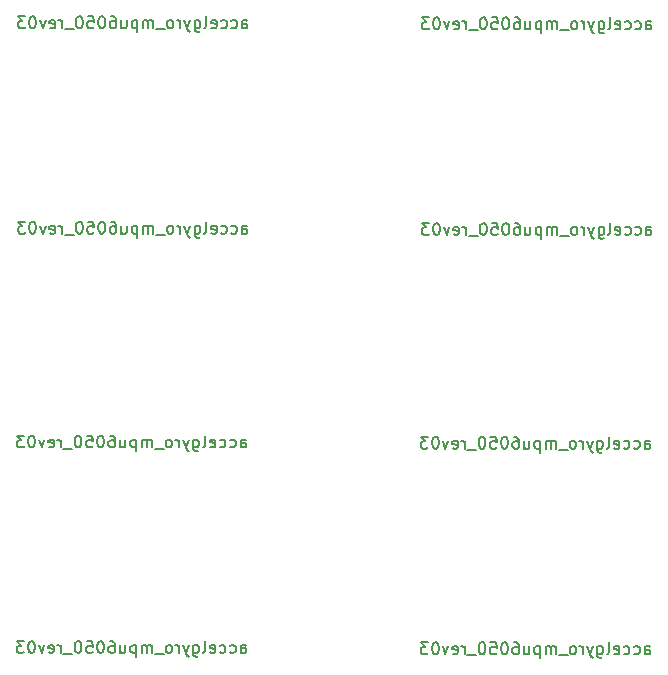
<source format=gbo>
G04 #@! TF.GenerationSoftware,KiCad,Pcbnew,5.1.5-52549c5~86~ubuntu18.04.1*
G04 #@! TF.CreationDate,2020-12-11T21:21:52-08:00*
G04 #@! TF.ProjectId,accelgyro_mpu6050_d2r1_4x4,61636365-6c67-4797-926f-5f6d70753630,rev?*
G04 #@! TF.SameCoordinates,Original*
G04 #@! TF.FileFunction,Legend,Bot*
G04 #@! TF.FilePolarity,Positive*
%FSLAX46Y46*%
G04 Gerber Fmt 4.6, Leading zero omitted, Abs format (unit mm)*
G04 Created by KiCad (PCBNEW 5.1.5-52549c5~86~ubuntu18.04.1) date 2020-12-11 21:21:52*
%MOMM*%
%LPD*%
G04 APERTURE LIST*
%ADD10C,0.150000*%
G04 APERTURE END LIST*
D10*
X189038095Y-160852380D02*
X189038095Y-160328571D01*
X189085714Y-160233333D01*
X189180952Y-160185714D01*
X189371428Y-160185714D01*
X189466666Y-160233333D01*
X189038095Y-160804761D02*
X189133333Y-160852380D01*
X189371428Y-160852380D01*
X189466666Y-160804761D01*
X189514285Y-160709523D01*
X189514285Y-160614285D01*
X189466666Y-160519047D01*
X189371428Y-160471428D01*
X189133333Y-160471428D01*
X189038095Y-160423809D01*
X188133333Y-160804761D02*
X188228571Y-160852380D01*
X188419047Y-160852380D01*
X188514285Y-160804761D01*
X188561904Y-160757142D01*
X188609523Y-160661904D01*
X188609523Y-160376190D01*
X188561904Y-160280952D01*
X188514285Y-160233333D01*
X188419047Y-160185714D01*
X188228571Y-160185714D01*
X188133333Y-160233333D01*
X187276190Y-160804761D02*
X187371428Y-160852380D01*
X187561904Y-160852380D01*
X187657142Y-160804761D01*
X187704761Y-160757142D01*
X187752380Y-160661904D01*
X187752380Y-160376190D01*
X187704761Y-160280952D01*
X187657142Y-160233333D01*
X187561904Y-160185714D01*
X187371428Y-160185714D01*
X187276190Y-160233333D01*
X186466666Y-160804761D02*
X186561904Y-160852380D01*
X186752380Y-160852380D01*
X186847619Y-160804761D01*
X186895238Y-160709523D01*
X186895238Y-160328571D01*
X186847619Y-160233333D01*
X186752380Y-160185714D01*
X186561904Y-160185714D01*
X186466666Y-160233333D01*
X186419047Y-160328571D01*
X186419047Y-160423809D01*
X186895238Y-160519047D01*
X185847619Y-160852380D02*
X185942857Y-160804761D01*
X185990476Y-160709523D01*
X185990476Y-159852380D01*
X185038095Y-160185714D02*
X185038095Y-160995238D01*
X185085714Y-161090476D01*
X185133333Y-161138095D01*
X185228571Y-161185714D01*
X185371428Y-161185714D01*
X185466666Y-161138095D01*
X185038095Y-160804761D02*
X185133333Y-160852380D01*
X185323809Y-160852380D01*
X185419047Y-160804761D01*
X185466666Y-160757142D01*
X185514285Y-160661904D01*
X185514285Y-160376190D01*
X185466666Y-160280952D01*
X185419047Y-160233333D01*
X185323809Y-160185714D01*
X185133333Y-160185714D01*
X185038095Y-160233333D01*
X184657142Y-160185714D02*
X184419047Y-160852380D01*
X184180952Y-160185714D02*
X184419047Y-160852380D01*
X184514285Y-161090476D01*
X184561904Y-161138095D01*
X184657142Y-161185714D01*
X183800000Y-160852380D02*
X183800000Y-160185714D01*
X183800000Y-160376190D02*
X183752380Y-160280952D01*
X183704761Y-160233333D01*
X183609523Y-160185714D01*
X183514285Y-160185714D01*
X183038095Y-160852380D02*
X183133333Y-160804761D01*
X183180952Y-160757142D01*
X183228571Y-160661904D01*
X183228571Y-160376190D01*
X183180952Y-160280952D01*
X183133333Y-160233333D01*
X183038095Y-160185714D01*
X182895238Y-160185714D01*
X182800000Y-160233333D01*
X182752380Y-160280952D01*
X182704761Y-160376190D01*
X182704761Y-160661904D01*
X182752380Y-160757142D01*
X182800000Y-160804761D01*
X182895238Y-160852380D01*
X183038095Y-160852380D01*
X182514285Y-160947619D02*
X181752380Y-160947619D01*
X181514285Y-160852380D02*
X181514285Y-160185714D01*
X181514285Y-160280952D02*
X181466666Y-160233333D01*
X181371428Y-160185714D01*
X181228571Y-160185714D01*
X181133333Y-160233333D01*
X181085714Y-160328571D01*
X181085714Y-160852380D01*
X181085714Y-160328571D02*
X181038095Y-160233333D01*
X180942857Y-160185714D01*
X180800000Y-160185714D01*
X180704761Y-160233333D01*
X180657142Y-160328571D01*
X180657142Y-160852380D01*
X180180952Y-160185714D02*
X180180952Y-161185714D01*
X180180952Y-160233333D02*
X180085714Y-160185714D01*
X179895238Y-160185714D01*
X179800000Y-160233333D01*
X179752380Y-160280952D01*
X179704761Y-160376190D01*
X179704761Y-160661904D01*
X179752380Y-160757142D01*
X179800000Y-160804761D01*
X179895238Y-160852380D01*
X180085714Y-160852380D01*
X180180952Y-160804761D01*
X178847619Y-160185714D02*
X178847619Y-160852380D01*
X179276190Y-160185714D02*
X179276190Y-160709523D01*
X179228571Y-160804761D01*
X179133333Y-160852380D01*
X178990476Y-160852380D01*
X178895238Y-160804761D01*
X178847619Y-160757142D01*
X177942857Y-159852380D02*
X178133333Y-159852380D01*
X178228571Y-159900000D01*
X178276190Y-159947619D01*
X178371428Y-160090476D01*
X178419047Y-160280952D01*
X178419047Y-160661904D01*
X178371428Y-160757142D01*
X178323809Y-160804761D01*
X178228571Y-160852380D01*
X178038095Y-160852380D01*
X177942857Y-160804761D01*
X177895238Y-160757142D01*
X177847619Y-160661904D01*
X177847619Y-160423809D01*
X177895238Y-160328571D01*
X177942857Y-160280952D01*
X178038095Y-160233333D01*
X178228571Y-160233333D01*
X178323809Y-160280952D01*
X178371428Y-160328571D01*
X178419047Y-160423809D01*
X177228571Y-159852380D02*
X177133333Y-159852380D01*
X177038095Y-159900000D01*
X176990476Y-159947619D01*
X176942857Y-160042857D01*
X176895238Y-160233333D01*
X176895238Y-160471428D01*
X176942857Y-160661904D01*
X176990476Y-160757142D01*
X177038095Y-160804761D01*
X177133333Y-160852380D01*
X177228571Y-160852380D01*
X177323809Y-160804761D01*
X177371428Y-160757142D01*
X177419047Y-160661904D01*
X177466666Y-160471428D01*
X177466666Y-160233333D01*
X177419047Y-160042857D01*
X177371428Y-159947619D01*
X177323809Y-159900000D01*
X177228571Y-159852380D01*
X175990476Y-159852380D02*
X176466666Y-159852380D01*
X176514285Y-160328571D01*
X176466666Y-160280952D01*
X176371428Y-160233333D01*
X176133333Y-160233333D01*
X176038095Y-160280952D01*
X175990476Y-160328571D01*
X175942857Y-160423809D01*
X175942857Y-160661904D01*
X175990476Y-160757142D01*
X176038095Y-160804761D01*
X176133333Y-160852380D01*
X176371428Y-160852380D01*
X176466666Y-160804761D01*
X176514285Y-160757142D01*
X175323809Y-159852380D02*
X175228571Y-159852380D01*
X175133333Y-159900000D01*
X175085714Y-159947619D01*
X175038095Y-160042857D01*
X174990476Y-160233333D01*
X174990476Y-160471428D01*
X175038095Y-160661904D01*
X175085714Y-160757142D01*
X175133333Y-160804761D01*
X175228571Y-160852380D01*
X175323809Y-160852380D01*
X175419047Y-160804761D01*
X175466666Y-160757142D01*
X175514285Y-160661904D01*
X175561904Y-160471428D01*
X175561904Y-160233333D01*
X175514285Y-160042857D01*
X175466666Y-159947619D01*
X175419047Y-159900000D01*
X175323809Y-159852380D01*
X174800000Y-160947619D02*
X174038095Y-160947619D01*
X173800000Y-160852380D02*
X173800000Y-160185714D01*
X173800000Y-160376190D02*
X173752380Y-160280952D01*
X173704761Y-160233333D01*
X173609523Y-160185714D01*
X173514285Y-160185714D01*
X172800000Y-160804761D02*
X172895238Y-160852380D01*
X173085714Y-160852380D01*
X173180952Y-160804761D01*
X173228571Y-160709523D01*
X173228571Y-160328571D01*
X173180952Y-160233333D01*
X173085714Y-160185714D01*
X172895238Y-160185714D01*
X172800000Y-160233333D01*
X172752380Y-160328571D01*
X172752380Y-160423809D01*
X173228571Y-160519047D01*
X172419047Y-160185714D02*
X172180952Y-160852380D01*
X171942857Y-160185714D01*
X171371428Y-159852380D02*
X171276190Y-159852380D01*
X171180952Y-159900000D01*
X171133333Y-159947619D01*
X171085714Y-160042857D01*
X171038095Y-160233333D01*
X171038095Y-160471428D01*
X171085714Y-160661904D01*
X171133333Y-160757142D01*
X171180952Y-160804761D01*
X171276190Y-160852380D01*
X171371428Y-160852380D01*
X171466666Y-160804761D01*
X171514285Y-160757142D01*
X171561904Y-160661904D01*
X171609523Y-160471428D01*
X171609523Y-160233333D01*
X171561904Y-160042857D01*
X171514285Y-159947619D01*
X171466666Y-159900000D01*
X171371428Y-159852380D01*
X170704761Y-159852380D02*
X170085714Y-159852380D01*
X170419047Y-160233333D01*
X170276190Y-160233333D01*
X170180952Y-160280952D01*
X170133333Y-160328571D01*
X170085714Y-160423809D01*
X170085714Y-160661904D01*
X170133333Y-160757142D01*
X170180952Y-160804761D01*
X170276190Y-160852380D01*
X170561904Y-160852380D01*
X170657142Y-160804761D01*
X170704761Y-160757142D01*
X189138095Y-107952380D02*
X189138095Y-107428571D01*
X189185714Y-107333333D01*
X189280952Y-107285714D01*
X189471428Y-107285714D01*
X189566666Y-107333333D01*
X189138095Y-107904761D02*
X189233333Y-107952380D01*
X189471428Y-107952380D01*
X189566666Y-107904761D01*
X189614285Y-107809523D01*
X189614285Y-107714285D01*
X189566666Y-107619047D01*
X189471428Y-107571428D01*
X189233333Y-107571428D01*
X189138095Y-107523809D01*
X188233333Y-107904761D02*
X188328571Y-107952380D01*
X188519047Y-107952380D01*
X188614285Y-107904761D01*
X188661904Y-107857142D01*
X188709523Y-107761904D01*
X188709523Y-107476190D01*
X188661904Y-107380952D01*
X188614285Y-107333333D01*
X188519047Y-107285714D01*
X188328571Y-107285714D01*
X188233333Y-107333333D01*
X187376190Y-107904761D02*
X187471428Y-107952380D01*
X187661904Y-107952380D01*
X187757142Y-107904761D01*
X187804761Y-107857142D01*
X187852380Y-107761904D01*
X187852380Y-107476190D01*
X187804761Y-107380952D01*
X187757142Y-107333333D01*
X187661904Y-107285714D01*
X187471428Y-107285714D01*
X187376190Y-107333333D01*
X186566666Y-107904761D02*
X186661904Y-107952380D01*
X186852380Y-107952380D01*
X186947619Y-107904761D01*
X186995238Y-107809523D01*
X186995238Y-107428571D01*
X186947619Y-107333333D01*
X186852380Y-107285714D01*
X186661904Y-107285714D01*
X186566666Y-107333333D01*
X186519047Y-107428571D01*
X186519047Y-107523809D01*
X186995238Y-107619047D01*
X185947619Y-107952380D02*
X186042857Y-107904761D01*
X186090476Y-107809523D01*
X186090476Y-106952380D01*
X185138095Y-107285714D02*
X185138095Y-108095238D01*
X185185714Y-108190476D01*
X185233333Y-108238095D01*
X185328571Y-108285714D01*
X185471428Y-108285714D01*
X185566666Y-108238095D01*
X185138095Y-107904761D02*
X185233333Y-107952380D01*
X185423809Y-107952380D01*
X185519047Y-107904761D01*
X185566666Y-107857142D01*
X185614285Y-107761904D01*
X185614285Y-107476190D01*
X185566666Y-107380952D01*
X185519047Y-107333333D01*
X185423809Y-107285714D01*
X185233333Y-107285714D01*
X185138095Y-107333333D01*
X184757142Y-107285714D02*
X184519047Y-107952380D01*
X184280952Y-107285714D02*
X184519047Y-107952380D01*
X184614285Y-108190476D01*
X184661904Y-108238095D01*
X184757142Y-108285714D01*
X183900000Y-107952380D02*
X183900000Y-107285714D01*
X183900000Y-107476190D02*
X183852380Y-107380952D01*
X183804761Y-107333333D01*
X183709523Y-107285714D01*
X183614285Y-107285714D01*
X183138095Y-107952380D02*
X183233333Y-107904761D01*
X183280952Y-107857142D01*
X183328571Y-107761904D01*
X183328571Y-107476190D01*
X183280952Y-107380952D01*
X183233333Y-107333333D01*
X183138095Y-107285714D01*
X182995238Y-107285714D01*
X182900000Y-107333333D01*
X182852380Y-107380952D01*
X182804761Y-107476190D01*
X182804761Y-107761904D01*
X182852380Y-107857142D01*
X182900000Y-107904761D01*
X182995238Y-107952380D01*
X183138095Y-107952380D01*
X182614285Y-108047619D02*
X181852380Y-108047619D01*
X181614285Y-107952380D02*
X181614285Y-107285714D01*
X181614285Y-107380952D02*
X181566666Y-107333333D01*
X181471428Y-107285714D01*
X181328571Y-107285714D01*
X181233333Y-107333333D01*
X181185714Y-107428571D01*
X181185714Y-107952380D01*
X181185714Y-107428571D02*
X181138095Y-107333333D01*
X181042857Y-107285714D01*
X180900000Y-107285714D01*
X180804761Y-107333333D01*
X180757142Y-107428571D01*
X180757142Y-107952380D01*
X180280952Y-107285714D02*
X180280952Y-108285714D01*
X180280952Y-107333333D02*
X180185714Y-107285714D01*
X179995238Y-107285714D01*
X179900000Y-107333333D01*
X179852380Y-107380952D01*
X179804761Y-107476190D01*
X179804761Y-107761904D01*
X179852380Y-107857142D01*
X179900000Y-107904761D01*
X179995238Y-107952380D01*
X180185714Y-107952380D01*
X180280952Y-107904761D01*
X178947619Y-107285714D02*
X178947619Y-107952380D01*
X179376190Y-107285714D02*
X179376190Y-107809523D01*
X179328571Y-107904761D01*
X179233333Y-107952380D01*
X179090476Y-107952380D01*
X178995238Y-107904761D01*
X178947619Y-107857142D01*
X178042857Y-106952380D02*
X178233333Y-106952380D01*
X178328571Y-107000000D01*
X178376190Y-107047619D01*
X178471428Y-107190476D01*
X178519047Y-107380952D01*
X178519047Y-107761904D01*
X178471428Y-107857142D01*
X178423809Y-107904761D01*
X178328571Y-107952380D01*
X178138095Y-107952380D01*
X178042857Y-107904761D01*
X177995238Y-107857142D01*
X177947619Y-107761904D01*
X177947619Y-107523809D01*
X177995238Y-107428571D01*
X178042857Y-107380952D01*
X178138095Y-107333333D01*
X178328571Y-107333333D01*
X178423809Y-107380952D01*
X178471428Y-107428571D01*
X178519047Y-107523809D01*
X177328571Y-106952380D02*
X177233333Y-106952380D01*
X177138095Y-107000000D01*
X177090476Y-107047619D01*
X177042857Y-107142857D01*
X176995238Y-107333333D01*
X176995238Y-107571428D01*
X177042857Y-107761904D01*
X177090476Y-107857142D01*
X177138095Y-107904761D01*
X177233333Y-107952380D01*
X177328571Y-107952380D01*
X177423809Y-107904761D01*
X177471428Y-107857142D01*
X177519047Y-107761904D01*
X177566666Y-107571428D01*
X177566666Y-107333333D01*
X177519047Y-107142857D01*
X177471428Y-107047619D01*
X177423809Y-107000000D01*
X177328571Y-106952380D01*
X176090476Y-106952380D02*
X176566666Y-106952380D01*
X176614285Y-107428571D01*
X176566666Y-107380952D01*
X176471428Y-107333333D01*
X176233333Y-107333333D01*
X176138095Y-107380952D01*
X176090476Y-107428571D01*
X176042857Y-107523809D01*
X176042857Y-107761904D01*
X176090476Y-107857142D01*
X176138095Y-107904761D01*
X176233333Y-107952380D01*
X176471428Y-107952380D01*
X176566666Y-107904761D01*
X176614285Y-107857142D01*
X175423809Y-106952380D02*
X175328571Y-106952380D01*
X175233333Y-107000000D01*
X175185714Y-107047619D01*
X175138095Y-107142857D01*
X175090476Y-107333333D01*
X175090476Y-107571428D01*
X175138095Y-107761904D01*
X175185714Y-107857142D01*
X175233333Y-107904761D01*
X175328571Y-107952380D01*
X175423809Y-107952380D01*
X175519047Y-107904761D01*
X175566666Y-107857142D01*
X175614285Y-107761904D01*
X175661904Y-107571428D01*
X175661904Y-107333333D01*
X175614285Y-107142857D01*
X175566666Y-107047619D01*
X175519047Y-107000000D01*
X175423809Y-106952380D01*
X174900000Y-108047619D02*
X174138095Y-108047619D01*
X173900000Y-107952380D02*
X173900000Y-107285714D01*
X173900000Y-107476190D02*
X173852380Y-107380952D01*
X173804761Y-107333333D01*
X173709523Y-107285714D01*
X173614285Y-107285714D01*
X172900000Y-107904761D02*
X172995238Y-107952380D01*
X173185714Y-107952380D01*
X173280952Y-107904761D01*
X173328571Y-107809523D01*
X173328571Y-107428571D01*
X173280952Y-107333333D01*
X173185714Y-107285714D01*
X172995238Y-107285714D01*
X172900000Y-107333333D01*
X172852380Y-107428571D01*
X172852380Y-107523809D01*
X173328571Y-107619047D01*
X172519047Y-107285714D02*
X172280952Y-107952380D01*
X172042857Y-107285714D01*
X171471428Y-106952380D02*
X171376190Y-106952380D01*
X171280952Y-107000000D01*
X171233333Y-107047619D01*
X171185714Y-107142857D01*
X171138095Y-107333333D01*
X171138095Y-107571428D01*
X171185714Y-107761904D01*
X171233333Y-107857142D01*
X171280952Y-107904761D01*
X171376190Y-107952380D01*
X171471428Y-107952380D01*
X171566666Y-107904761D01*
X171614285Y-107857142D01*
X171661904Y-107761904D01*
X171709523Y-107571428D01*
X171709523Y-107333333D01*
X171661904Y-107142857D01*
X171614285Y-107047619D01*
X171566666Y-107000000D01*
X171471428Y-106952380D01*
X170804761Y-106952380D02*
X170185714Y-106952380D01*
X170519047Y-107333333D01*
X170376190Y-107333333D01*
X170280952Y-107380952D01*
X170233333Y-107428571D01*
X170185714Y-107523809D01*
X170185714Y-107761904D01*
X170233333Y-107857142D01*
X170280952Y-107904761D01*
X170376190Y-107952380D01*
X170661904Y-107952380D01*
X170757142Y-107904761D01*
X170804761Y-107857142D01*
X189038095Y-143452380D02*
X189038095Y-142928571D01*
X189085714Y-142833333D01*
X189180952Y-142785714D01*
X189371428Y-142785714D01*
X189466666Y-142833333D01*
X189038095Y-143404761D02*
X189133333Y-143452380D01*
X189371428Y-143452380D01*
X189466666Y-143404761D01*
X189514285Y-143309523D01*
X189514285Y-143214285D01*
X189466666Y-143119047D01*
X189371428Y-143071428D01*
X189133333Y-143071428D01*
X189038095Y-143023809D01*
X188133333Y-143404761D02*
X188228571Y-143452380D01*
X188419047Y-143452380D01*
X188514285Y-143404761D01*
X188561904Y-143357142D01*
X188609523Y-143261904D01*
X188609523Y-142976190D01*
X188561904Y-142880952D01*
X188514285Y-142833333D01*
X188419047Y-142785714D01*
X188228571Y-142785714D01*
X188133333Y-142833333D01*
X187276190Y-143404761D02*
X187371428Y-143452380D01*
X187561904Y-143452380D01*
X187657142Y-143404761D01*
X187704761Y-143357142D01*
X187752380Y-143261904D01*
X187752380Y-142976190D01*
X187704761Y-142880952D01*
X187657142Y-142833333D01*
X187561904Y-142785714D01*
X187371428Y-142785714D01*
X187276190Y-142833333D01*
X186466666Y-143404761D02*
X186561904Y-143452380D01*
X186752380Y-143452380D01*
X186847619Y-143404761D01*
X186895238Y-143309523D01*
X186895238Y-142928571D01*
X186847619Y-142833333D01*
X186752380Y-142785714D01*
X186561904Y-142785714D01*
X186466666Y-142833333D01*
X186419047Y-142928571D01*
X186419047Y-143023809D01*
X186895238Y-143119047D01*
X185847619Y-143452380D02*
X185942857Y-143404761D01*
X185990476Y-143309523D01*
X185990476Y-142452380D01*
X185038095Y-142785714D02*
X185038095Y-143595238D01*
X185085714Y-143690476D01*
X185133333Y-143738095D01*
X185228571Y-143785714D01*
X185371428Y-143785714D01*
X185466666Y-143738095D01*
X185038095Y-143404761D02*
X185133333Y-143452380D01*
X185323809Y-143452380D01*
X185419047Y-143404761D01*
X185466666Y-143357142D01*
X185514285Y-143261904D01*
X185514285Y-142976190D01*
X185466666Y-142880952D01*
X185419047Y-142833333D01*
X185323809Y-142785714D01*
X185133333Y-142785714D01*
X185038095Y-142833333D01*
X184657142Y-142785714D02*
X184419047Y-143452380D01*
X184180952Y-142785714D02*
X184419047Y-143452380D01*
X184514285Y-143690476D01*
X184561904Y-143738095D01*
X184657142Y-143785714D01*
X183800000Y-143452380D02*
X183800000Y-142785714D01*
X183800000Y-142976190D02*
X183752380Y-142880952D01*
X183704761Y-142833333D01*
X183609523Y-142785714D01*
X183514285Y-142785714D01*
X183038095Y-143452380D02*
X183133333Y-143404761D01*
X183180952Y-143357142D01*
X183228571Y-143261904D01*
X183228571Y-142976190D01*
X183180952Y-142880952D01*
X183133333Y-142833333D01*
X183038095Y-142785714D01*
X182895238Y-142785714D01*
X182800000Y-142833333D01*
X182752380Y-142880952D01*
X182704761Y-142976190D01*
X182704761Y-143261904D01*
X182752380Y-143357142D01*
X182800000Y-143404761D01*
X182895238Y-143452380D01*
X183038095Y-143452380D01*
X182514285Y-143547619D02*
X181752380Y-143547619D01*
X181514285Y-143452380D02*
X181514285Y-142785714D01*
X181514285Y-142880952D02*
X181466666Y-142833333D01*
X181371428Y-142785714D01*
X181228571Y-142785714D01*
X181133333Y-142833333D01*
X181085714Y-142928571D01*
X181085714Y-143452380D01*
X181085714Y-142928571D02*
X181038095Y-142833333D01*
X180942857Y-142785714D01*
X180800000Y-142785714D01*
X180704761Y-142833333D01*
X180657142Y-142928571D01*
X180657142Y-143452380D01*
X180180952Y-142785714D02*
X180180952Y-143785714D01*
X180180952Y-142833333D02*
X180085714Y-142785714D01*
X179895238Y-142785714D01*
X179800000Y-142833333D01*
X179752380Y-142880952D01*
X179704761Y-142976190D01*
X179704761Y-143261904D01*
X179752380Y-143357142D01*
X179800000Y-143404761D01*
X179895238Y-143452380D01*
X180085714Y-143452380D01*
X180180952Y-143404761D01*
X178847619Y-142785714D02*
X178847619Y-143452380D01*
X179276190Y-142785714D02*
X179276190Y-143309523D01*
X179228571Y-143404761D01*
X179133333Y-143452380D01*
X178990476Y-143452380D01*
X178895238Y-143404761D01*
X178847619Y-143357142D01*
X177942857Y-142452380D02*
X178133333Y-142452380D01*
X178228571Y-142500000D01*
X178276190Y-142547619D01*
X178371428Y-142690476D01*
X178419047Y-142880952D01*
X178419047Y-143261904D01*
X178371428Y-143357142D01*
X178323809Y-143404761D01*
X178228571Y-143452380D01*
X178038095Y-143452380D01*
X177942857Y-143404761D01*
X177895238Y-143357142D01*
X177847619Y-143261904D01*
X177847619Y-143023809D01*
X177895238Y-142928571D01*
X177942857Y-142880952D01*
X178038095Y-142833333D01*
X178228571Y-142833333D01*
X178323809Y-142880952D01*
X178371428Y-142928571D01*
X178419047Y-143023809D01*
X177228571Y-142452380D02*
X177133333Y-142452380D01*
X177038095Y-142500000D01*
X176990476Y-142547619D01*
X176942857Y-142642857D01*
X176895238Y-142833333D01*
X176895238Y-143071428D01*
X176942857Y-143261904D01*
X176990476Y-143357142D01*
X177038095Y-143404761D01*
X177133333Y-143452380D01*
X177228571Y-143452380D01*
X177323809Y-143404761D01*
X177371428Y-143357142D01*
X177419047Y-143261904D01*
X177466666Y-143071428D01*
X177466666Y-142833333D01*
X177419047Y-142642857D01*
X177371428Y-142547619D01*
X177323809Y-142500000D01*
X177228571Y-142452380D01*
X175990476Y-142452380D02*
X176466666Y-142452380D01*
X176514285Y-142928571D01*
X176466666Y-142880952D01*
X176371428Y-142833333D01*
X176133333Y-142833333D01*
X176038095Y-142880952D01*
X175990476Y-142928571D01*
X175942857Y-143023809D01*
X175942857Y-143261904D01*
X175990476Y-143357142D01*
X176038095Y-143404761D01*
X176133333Y-143452380D01*
X176371428Y-143452380D01*
X176466666Y-143404761D01*
X176514285Y-143357142D01*
X175323809Y-142452380D02*
X175228571Y-142452380D01*
X175133333Y-142500000D01*
X175085714Y-142547619D01*
X175038095Y-142642857D01*
X174990476Y-142833333D01*
X174990476Y-143071428D01*
X175038095Y-143261904D01*
X175085714Y-143357142D01*
X175133333Y-143404761D01*
X175228571Y-143452380D01*
X175323809Y-143452380D01*
X175419047Y-143404761D01*
X175466666Y-143357142D01*
X175514285Y-143261904D01*
X175561904Y-143071428D01*
X175561904Y-142833333D01*
X175514285Y-142642857D01*
X175466666Y-142547619D01*
X175419047Y-142500000D01*
X175323809Y-142452380D01*
X174800000Y-143547619D02*
X174038095Y-143547619D01*
X173800000Y-143452380D02*
X173800000Y-142785714D01*
X173800000Y-142976190D02*
X173752380Y-142880952D01*
X173704761Y-142833333D01*
X173609523Y-142785714D01*
X173514285Y-142785714D01*
X172800000Y-143404761D02*
X172895238Y-143452380D01*
X173085714Y-143452380D01*
X173180952Y-143404761D01*
X173228571Y-143309523D01*
X173228571Y-142928571D01*
X173180952Y-142833333D01*
X173085714Y-142785714D01*
X172895238Y-142785714D01*
X172800000Y-142833333D01*
X172752380Y-142928571D01*
X172752380Y-143023809D01*
X173228571Y-143119047D01*
X172419047Y-142785714D02*
X172180952Y-143452380D01*
X171942857Y-142785714D01*
X171371428Y-142452380D02*
X171276190Y-142452380D01*
X171180952Y-142500000D01*
X171133333Y-142547619D01*
X171085714Y-142642857D01*
X171038095Y-142833333D01*
X171038095Y-143071428D01*
X171085714Y-143261904D01*
X171133333Y-143357142D01*
X171180952Y-143404761D01*
X171276190Y-143452380D01*
X171371428Y-143452380D01*
X171466666Y-143404761D01*
X171514285Y-143357142D01*
X171561904Y-143261904D01*
X171609523Y-143071428D01*
X171609523Y-142833333D01*
X171561904Y-142642857D01*
X171514285Y-142547619D01*
X171466666Y-142500000D01*
X171371428Y-142452380D01*
X170704761Y-142452380D02*
X170085714Y-142452380D01*
X170419047Y-142833333D01*
X170276190Y-142833333D01*
X170180952Y-142880952D01*
X170133333Y-142928571D01*
X170085714Y-143023809D01*
X170085714Y-143261904D01*
X170133333Y-143357142D01*
X170180952Y-143404761D01*
X170276190Y-143452380D01*
X170561904Y-143452380D01*
X170657142Y-143404761D01*
X170704761Y-143357142D01*
X189138095Y-125352380D02*
X189138095Y-124828571D01*
X189185714Y-124733333D01*
X189280952Y-124685714D01*
X189471428Y-124685714D01*
X189566666Y-124733333D01*
X189138095Y-125304761D02*
X189233333Y-125352380D01*
X189471428Y-125352380D01*
X189566666Y-125304761D01*
X189614285Y-125209523D01*
X189614285Y-125114285D01*
X189566666Y-125019047D01*
X189471428Y-124971428D01*
X189233333Y-124971428D01*
X189138095Y-124923809D01*
X188233333Y-125304761D02*
X188328571Y-125352380D01*
X188519047Y-125352380D01*
X188614285Y-125304761D01*
X188661904Y-125257142D01*
X188709523Y-125161904D01*
X188709523Y-124876190D01*
X188661904Y-124780952D01*
X188614285Y-124733333D01*
X188519047Y-124685714D01*
X188328571Y-124685714D01*
X188233333Y-124733333D01*
X187376190Y-125304761D02*
X187471428Y-125352380D01*
X187661904Y-125352380D01*
X187757142Y-125304761D01*
X187804761Y-125257142D01*
X187852380Y-125161904D01*
X187852380Y-124876190D01*
X187804761Y-124780952D01*
X187757142Y-124733333D01*
X187661904Y-124685714D01*
X187471428Y-124685714D01*
X187376190Y-124733333D01*
X186566666Y-125304761D02*
X186661904Y-125352380D01*
X186852380Y-125352380D01*
X186947619Y-125304761D01*
X186995238Y-125209523D01*
X186995238Y-124828571D01*
X186947619Y-124733333D01*
X186852380Y-124685714D01*
X186661904Y-124685714D01*
X186566666Y-124733333D01*
X186519047Y-124828571D01*
X186519047Y-124923809D01*
X186995238Y-125019047D01*
X185947619Y-125352380D02*
X186042857Y-125304761D01*
X186090476Y-125209523D01*
X186090476Y-124352380D01*
X185138095Y-124685714D02*
X185138095Y-125495238D01*
X185185714Y-125590476D01*
X185233333Y-125638095D01*
X185328571Y-125685714D01*
X185471428Y-125685714D01*
X185566666Y-125638095D01*
X185138095Y-125304761D02*
X185233333Y-125352380D01*
X185423809Y-125352380D01*
X185519047Y-125304761D01*
X185566666Y-125257142D01*
X185614285Y-125161904D01*
X185614285Y-124876190D01*
X185566666Y-124780952D01*
X185519047Y-124733333D01*
X185423809Y-124685714D01*
X185233333Y-124685714D01*
X185138095Y-124733333D01*
X184757142Y-124685714D02*
X184519047Y-125352380D01*
X184280952Y-124685714D02*
X184519047Y-125352380D01*
X184614285Y-125590476D01*
X184661904Y-125638095D01*
X184757142Y-125685714D01*
X183900000Y-125352380D02*
X183900000Y-124685714D01*
X183900000Y-124876190D02*
X183852380Y-124780952D01*
X183804761Y-124733333D01*
X183709523Y-124685714D01*
X183614285Y-124685714D01*
X183138095Y-125352380D02*
X183233333Y-125304761D01*
X183280952Y-125257142D01*
X183328571Y-125161904D01*
X183328571Y-124876190D01*
X183280952Y-124780952D01*
X183233333Y-124733333D01*
X183138095Y-124685714D01*
X182995238Y-124685714D01*
X182900000Y-124733333D01*
X182852380Y-124780952D01*
X182804761Y-124876190D01*
X182804761Y-125161904D01*
X182852380Y-125257142D01*
X182900000Y-125304761D01*
X182995238Y-125352380D01*
X183138095Y-125352380D01*
X182614285Y-125447619D02*
X181852380Y-125447619D01*
X181614285Y-125352380D02*
X181614285Y-124685714D01*
X181614285Y-124780952D02*
X181566666Y-124733333D01*
X181471428Y-124685714D01*
X181328571Y-124685714D01*
X181233333Y-124733333D01*
X181185714Y-124828571D01*
X181185714Y-125352380D01*
X181185714Y-124828571D02*
X181138095Y-124733333D01*
X181042857Y-124685714D01*
X180900000Y-124685714D01*
X180804761Y-124733333D01*
X180757142Y-124828571D01*
X180757142Y-125352380D01*
X180280952Y-124685714D02*
X180280952Y-125685714D01*
X180280952Y-124733333D02*
X180185714Y-124685714D01*
X179995238Y-124685714D01*
X179900000Y-124733333D01*
X179852380Y-124780952D01*
X179804761Y-124876190D01*
X179804761Y-125161904D01*
X179852380Y-125257142D01*
X179900000Y-125304761D01*
X179995238Y-125352380D01*
X180185714Y-125352380D01*
X180280952Y-125304761D01*
X178947619Y-124685714D02*
X178947619Y-125352380D01*
X179376190Y-124685714D02*
X179376190Y-125209523D01*
X179328571Y-125304761D01*
X179233333Y-125352380D01*
X179090476Y-125352380D01*
X178995238Y-125304761D01*
X178947619Y-125257142D01*
X178042857Y-124352380D02*
X178233333Y-124352380D01*
X178328571Y-124400000D01*
X178376190Y-124447619D01*
X178471428Y-124590476D01*
X178519047Y-124780952D01*
X178519047Y-125161904D01*
X178471428Y-125257142D01*
X178423809Y-125304761D01*
X178328571Y-125352380D01*
X178138095Y-125352380D01*
X178042857Y-125304761D01*
X177995238Y-125257142D01*
X177947619Y-125161904D01*
X177947619Y-124923809D01*
X177995238Y-124828571D01*
X178042857Y-124780952D01*
X178138095Y-124733333D01*
X178328571Y-124733333D01*
X178423809Y-124780952D01*
X178471428Y-124828571D01*
X178519047Y-124923809D01*
X177328571Y-124352380D02*
X177233333Y-124352380D01*
X177138095Y-124400000D01*
X177090476Y-124447619D01*
X177042857Y-124542857D01*
X176995238Y-124733333D01*
X176995238Y-124971428D01*
X177042857Y-125161904D01*
X177090476Y-125257142D01*
X177138095Y-125304761D01*
X177233333Y-125352380D01*
X177328571Y-125352380D01*
X177423809Y-125304761D01*
X177471428Y-125257142D01*
X177519047Y-125161904D01*
X177566666Y-124971428D01*
X177566666Y-124733333D01*
X177519047Y-124542857D01*
X177471428Y-124447619D01*
X177423809Y-124400000D01*
X177328571Y-124352380D01*
X176090476Y-124352380D02*
X176566666Y-124352380D01*
X176614285Y-124828571D01*
X176566666Y-124780952D01*
X176471428Y-124733333D01*
X176233333Y-124733333D01*
X176138095Y-124780952D01*
X176090476Y-124828571D01*
X176042857Y-124923809D01*
X176042857Y-125161904D01*
X176090476Y-125257142D01*
X176138095Y-125304761D01*
X176233333Y-125352380D01*
X176471428Y-125352380D01*
X176566666Y-125304761D01*
X176614285Y-125257142D01*
X175423809Y-124352380D02*
X175328571Y-124352380D01*
X175233333Y-124400000D01*
X175185714Y-124447619D01*
X175138095Y-124542857D01*
X175090476Y-124733333D01*
X175090476Y-124971428D01*
X175138095Y-125161904D01*
X175185714Y-125257142D01*
X175233333Y-125304761D01*
X175328571Y-125352380D01*
X175423809Y-125352380D01*
X175519047Y-125304761D01*
X175566666Y-125257142D01*
X175614285Y-125161904D01*
X175661904Y-124971428D01*
X175661904Y-124733333D01*
X175614285Y-124542857D01*
X175566666Y-124447619D01*
X175519047Y-124400000D01*
X175423809Y-124352380D01*
X174900000Y-125447619D02*
X174138095Y-125447619D01*
X173900000Y-125352380D02*
X173900000Y-124685714D01*
X173900000Y-124876190D02*
X173852380Y-124780952D01*
X173804761Y-124733333D01*
X173709523Y-124685714D01*
X173614285Y-124685714D01*
X172900000Y-125304761D02*
X172995238Y-125352380D01*
X173185714Y-125352380D01*
X173280952Y-125304761D01*
X173328571Y-125209523D01*
X173328571Y-124828571D01*
X173280952Y-124733333D01*
X173185714Y-124685714D01*
X172995238Y-124685714D01*
X172900000Y-124733333D01*
X172852380Y-124828571D01*
X172852380Y-124923809D01*
X173328571Y-125019047D01*
X172519047Y-124685714D02*
X172280952Y-125352380D01*
X172042857Y-124685714D01*
X171471428Y-124352380D02*
X171376190Y-124352380D01*
X171280952Y-124400000D01*
X171233333Y-124447619D01*
X171185714Y-124542857D01*
X171138095Y-124733333D01*
X171138095Y-124971428D01*
X171185714Y-125161904D01*
X171233333Y-125257142D01*
X171280952Y-125304761D01*
X171376190Y-125352380D01*
X171471428Y-125352380D01*
X171566666Y-125304761D01*
X171614285Y-125257142D01*
X171661904Y-125161904D01*
X171709523Y-124971428D01*
X171709523Y-124733333D01*
X171661904Y-124542857D01*
X171614285Y-124447619D01*
X171566666Y-124400000D01*
X171471428Y-124352380D01*
X170804761Y-124352380D02*
X170185714Y-124352380D01*
X170519047Y-124733333D01*
X170376190Y-124733333D01*
X170280952Y-124780952D01*
X170233333Y-124828571D01*
X170185714Y-124923809D01*
X170185714Y-125161904D01*
X170233333Y-125257142D01*
X170280952Y-125304761D01*
X170376190Y-125352380D01*
X170661904Y-125352380D01*
X170757142Y-125304761D01*
X170804761Y-125257142D01*
X154838095Y-143352380D02*
X154838095Y-142828571D01*
X154885714Y-142733333D01*
X154980952Y-142685714D01*
X155171428Y-142685714D01*
X155266666Y-142733333D01*
X154838095Y-143304761D02*
X154933333Y-143352380D01*
X155171428Y-143352380D01*
X155266666Y-143304761D01*
X155314285Y-143209523D01*
X155314285Y-143114285D01*
X155266666Y-143019047D01*
X155171428Y-142971428D01*
X154933333Y-142971428D01*
X154838095Y-142923809D01*
X153933333Y-143304761D02*
X154028571Y-143352380D01*
X154219047Y-143352380D01*
X154314285Y-143304761D01*
X154361904Y-143257142D01*
X154409523Y-143161904D01*
X154409523Y-142876190D01*
X154361904Y-142780952D01*
X154314285Y-142733333D01*
X154219047Y-142685714D01*
X154028571Y-142685714D01*
X153933333Y-142733333D01*
X153076190Y-143304761D02*
X153171428Y-143352380D01*
X153361904Y-143352380D01*
X153457142Y-143304761D01*
X153504761Y-143257142D01*
X153552380Y-143161904D01*
X153552380Y-142876190D01*
X153504761Y-142780952D01*
X153457142Y-142733333D01*
X153361904Y-142685714D01*
X153171428Y-142685714D01*
X153076190Y-142733333D01*
X152266666Y-143304761D02*
X152361904Y-143352380D01*
X152552380Y-143352380D01*
X152647619Y-143304761D01*
X152695238Y-143209523D01*
X152695238Y-142828571D01*
X152647619Y-142733333D01*
X152552380Y-142685714D01*
X152361904Y-142685714D01*
X152266666Y-142733333D01*
X152219047Y-142828571D01*
X152219047Y-142923809D01*
X152695238Y-143019047D01*
X151647619Y-143352380D02*
X151742857Y-143304761D01*
X151790476Y-143209523D01*
X151790476Y-142352380D01*
X150838095Y-142685714D02*
X150838095Y-143495238D01*
X150885714Y-143590476D01*
X150933333Y-143638095D01*
X151028571Y-143685714D01*
X151171428Y-143685714D01*
X151266666Y-143638095D01*
X150838095Y-143304761D02*
X150933333Y-143352380D01*
X151123809Y-143352380D01*
X151219047Y-143304761D01*
X151266666Y-143257142D01*
X151314285Y-143161904D01*
X151314285Y-142876190D01*
X151266666Y-142780952D01*
X151219047Y-142733333D01*
X151123809Y-142685714D01*
X150933333Y-142685714D01*
X150838095Y-142733333D01*
X150457142Y-142685714D02*
X150219047Y-143352380D01*
X149980952Y-142685714D02*
X150219047Y-143352380D01*
X150314285Y-143590476D01*
X150361904Y-143638095D01*
X150457142Y-143685714D01*
X149600000Y-143352380D02*
X149600000Y-142685714D01*
X149600000Y-142876190D02*
X149552380Y-142780952D01*
X149504761Y-142733333D01*
X149409523Y-142685714D01*
X149314285Y-142685714D01*
X148838095Y-143352380D02*
X148933333Y-143304761D01*
X148980952Y-143257142D01*
X149028571Y-143161904D01*
X149028571Y-142876190D01*
X148980952Y-142780952D01*
X148933333Y-142733333D01*
X148838095Y-142685714D01*
X148695238Y-142685714D01*
X148600000Y-142733333D01*
X148552380Y-142780952D01*
X148504761Y-142876190D01*
X148504761Y-143161904D01*
X148552380Y-143257142D01*
X148600000Y-143304761D01*
X148695238Y-143352380D01*
X148838095Y-143352380D01*
X148314285Y-143447619D02*
X147552380Y-143447619D01*
X147314285Y-143352380D02*
X147314285Y-142685714D01*
X147314285Y-142780952D02*
X147266666Y-142733333D01*
X147171428Y-142685714D01*
X147028571Y-142685714D01*
X146933333Y-142733333D01*
X146885714Y-142828571D01*
X146885714Y-143352380D01*
X146885714Y-142828571D02*
X146838095Y-142733333D01*
X146742857Y-142685714D01*
X146600000Y-142685714D01*
X146504761Y-142733333D01*
X146457142Y-142828571D01*
X146457142Y-143352380D01*
X145980952Y-142685714D02*
X145980952Y-143685714D01*
X145980952Y-142733333D02*
X145885714Y-142685714D01*
X145695238Y-142685714D01*
X145600000Y-142733333D01*
X145552380Y-142780952D01*
X145504761Y-142876190D01*
X145504761Y-143161904D01*
X145552380Y-143257142D01*
X145600000Y-143304761D01*
X145695238Y-143352380D01*
X145885714Y-143352380D01*
X145980952Y-143304761D01*
X144647619Y-142685714D02*
X144647619Y-143352380D01*
X145076190Y-142685714D02*
X145076190Y-143209523D01*
X145028571Y-143304761D01*
X144933333Y-143352380D01*
X144790476Y-143352380D01*
X144695238Y-143304761D01*
X144647619Y-143257142D01*
X143742857Y-142352380D02*
X143933333Y-142352380D01*
X144028571Y-142400000D01*
X144076190Y-142447619D01*
X144171428Y-142590476D01*
X144219047Y-142780952D01*
X144219047Y-143161904D01*
X144171428Y-143257142D01*
X144123809Y-143304761D01*
X144028571Y-143352380D01*
X143838095Y-143352380D01*
X143742857Y-143304761D01*
X143695238Y-143257142D01*
X143647619Y-143161904D01*
X143647619Y-142923809D01*
X143695238Y-142828571D01*
X143742857Y-142780952D01*
X143838095Y-142733333D01*
X144028571Y-142733333D01*
X144123809Y-142780952D01*
X144171428Y-142828571D01*
X144219047Y-142923809D01*
X143028571Y-142352380D02*
X142933333Y-142352380D01*
X142838095Y-142400000D01*
X142790476Y-142447619D01*
X142742857Y-142542857D01*
X142695238Y-142733333D01*
X142695238Y-142971428D01*
X142742857Y-143161904D01*
X142790476Y-143257142D01*
X142838095Y-143304761D01*
X142933333Y-143352380D01*
X143028571Y-143352380D01*
X143123809Y-143304761D01*
X143171428Y-143257142D01*
X143219047Y-143161904D01*
X143266666Y-142971428D01*
X143266666Y-142733333D01*
X143219047Y-142542857D01*
X143171428Y-142447619D01*
X143123809Y-142400000D01*
X143028571Y-142352380D01*
X141790476Y-142352380D02*
X142266666Y-142352380D01*
X142314285Y-142828571D01*
X142266666Y-142780952D01*
X142171428Y-142733333D01*
X141933333Y-142733333D01*
X141838095Y-142780952D01*
X141790476Y-142828571D01*
X141742857Y-142923809D01*
X141742857Y-143161904D01*
X141790476Y-143257142D01*
X141838095Y-143304761D01*
X141933333Y-143352380D01*
X142171428Y-143352380D01*
X142266666Y-143304761D01*
X142314285Y-143257142D01*
X141123809Y-142352380D02*
X141028571Y-142352380D01*
X140933333Y-142400000D01*
X140885714Y-142447619D01*
X140838095Y-142542857D01*
X140790476Y-142733333D01*
X140790476Y-142971428D01*
X140838095Y-143161904D01*
X140885714Y-143257142D01*
X140933333Y-143304761D01*
X141028571Y-143352380D01*
X141123809Y-143352380D01*
X141219047Y-143304761D01*
X141266666Y-143257142D01*
X141314285Y-143161904D01*
X141361904Y-142971428D01*
X141361904Y-142733333D01*
X141314285Y-142542857D01*
X141266666Y-142447619D01*
X141219047Y-142400000D01*
X141123809Y-142352380D01*
X140600000Y-143447619D02*
X139838095Y-143447619D01*
X139600000Y-143352380D02*
X139600000Y-142685714D01*
X139600000Y-142876190D02*
X139552380Y-142780952D01*
X139504761Y-142733333D01*
X139409523Y-142685714D01*
X139314285Y-142685714D01*
X138600000Y-143304761D02*
X138695238Y-143352380D01*
X138885714Y-143352380D01*
X138980952Y-143304761D01*
X139028571Y-143209523D01*
X139028571Y-142828571D01*
X138980952Y-142733333D01*
X138885714Y-142685714D01*
X138695238Y-142685714D01*
X138600000Y-142733333D01*
X138552380Y-142828571D01*
X138552380Y-142923809D01*
X139028571Y-143019047D01*
X138219047Y-142685714D02*
X137980952Y-143352380D01*
X137742857Y-142685714D01*
X137171428Y-142352380D02*
X137076190Y-142352380D01*
X136980952Y-142400000D01*
X136933333Y-142447619D01*
X136885714Y-142542857D01*
X136838095Y-142733333D01*
X136838095Y-142971428D01*
X136885714Y-143161904D01*
X136933333Y-143257142D01*
X136980952Y-143304761D01*
X137076190Y-143352380D01*
X137171428Y-143352380D01*
X137266666Y-143304761D01*
X137314285Y-143257142D01*
X137361904Y-143161904D01*
X137409523Y-142971428D01*
X137409523Y-142733333D01*
X137361904Y-142542857D01*
X137314285Y-142447619D01*
X137266666Y-142400000D01*
X137171428Y-142352380D01*
X136504761Y-142352380D02*
X135885714Y-142352380D01*
X136219047Y-142733333D01*
X136076190Y-142733333D01*
X135980952Y-142780952D01*
X135933333Y-142828571D01*
X135885714Y-142923809D01*
X135885714Y-143161904D01*
X135933333Y-143257142D01*
X135980952Y-143304761D01*
X136076190Y-143352380D01*
X136361904Y-143352380D01*
X136457142Y-143304761D01*
X136504761Y-143257142D01*
X154838095Y-160752380D02*
X154838095Y-160228571D01*
X154885714Y-160133333D01*
X154980952Y-160085714D01*
X155171428Y-160085714D01*
X155266666Y-160133333D01*
X154838095Y-160704761D02*
X154933333Y-160752380D01*
X155171428Y-160752380D01*
X155266666Y-160704761D01*
X155314285Y-160609523D01*
X155314285Y-160514285D01*
X155266666Y-160419047D01*
X155171428Y-160371428D01*
X154933333Y-160371428D01*
X154838095Y-160323809D01*
X153933333Y-160704761D02*
X154028571Y-160752380D01*
X154219047Y-160752380D01*
X154314285Y-160704761D01*
X154361904Y-160657142D01*
X154409523Y-160561904D01*
X154409523Y-160276190D01*
X154361904Y-160180952D01*
X154314285Y-160133333D01*
X154219047Y-160085714D01*
X154028571Y-160085714D01*
X153933333Y-160133333D01*
X153076190Y-160704761D02*
X153171428Y-160752380D01*
X153361904Y-160752380D01*
X153457142Y-160704761D01*
X153504761Y-160657142D01*
X153552380Y-160561904D01*
X153552380Y-160276190D01*
X153504761Y-160180952D01*
X153457142Y-160133333D01*
X153361904Y-160085714D01*
X153171428Y-160085714D01*
X153076190Y-160133333D01*
X152266666Y-160704761D02*
X152361904Y-160752380D01*
X152552380Y-160752380D01*
X152647619Y-160704761D01*
X152695238Y-160609523D01*
X152695238Y-160228571D01*
X152647619Y-160133333D01*
X152552380Y-160085714D01*
X152361904Y-160085714D01*
X152266666Y-160133333D01*
X152219047Y-160228571D01*
X152219047Y-160323809D01*
X152695238Y-160419047D01*
X151647619Y-160752380D02*
X151742857Y-160704761D01*
X151790476Y-160609523D01*
X151790476Y-159752380D01*
X150838095Y-160085714D02*
X150838095Y-160895238D01*
X150885714Y-160990476D01*
X150933333Y-161038095D01*
X151028571Y-161085714D01*
X151171428Y-161085714D01*
X151266666Y-161038095D01*
X150838095Y-160704761D02*
X150933333Y-160752380D01*
X151123809Y-160752380D01*
X151219047Y-160704761D01*
X151266666Y-160657142D01*
X151314285Y-160561904D01*
X151314285Y-160276190D01*
X151266666Y-160180952D01*
X151219047Y-160133333D01*
X151123809Y-160085714D01*
X150933333Y-160085714D01*
X150838095Y-160133333D01*
X150457142Y-160085714D02*
X150219047Y-160752380D01*
X149980952Y-160085714D02*
X150219047Y-160752380D01*
X150314285Y-160990476D01*
X150361904Y-161038095D01*
X150457142Y-161085714D01*
X149600000Y-160752380D02*
X149600000Y-160085714D01*
X149600000Y-160276190D02*
X149552380Y-160180952D01*
X149504761Y-160133333D01*
X149409523Y-160085714D01*
X149314285Y-160085714D01*
X148838095Y-160752380D02*
X148933333Y-160704761D01*
X148980952Y-160657142D01*
X149028571Y-160561904D01*
X149028571Y-160276190D01*
X148980952Y-160180952D01*
X148933333Y-160133333D01*
X148838095Y-160085714D01*
X148695238Y-160085714D01*
X148600000Y-160133333D01*
X148552380Y-160180952D01*
X148504761Y-160276190D01*
X148504761Y-160561904D01*
X148552380Y-160657142D01*
X148600000Y-160704761D01*
X148695238Y-160752380D01*
X148838095Y-160752380D01*
X148314285Y-160847619D02*
X147552380Y-160847619D01*
X147314285Y-160752380D02*
X147314285Y-160085714D01*
X147314285Y-160180952D02*
X147266666Y-160133333D01*
X147171428Y-160085714D01*
X147028571Y-160085714D01*
X146933333Y-160133333D01*
X146885714Y-160228571D01*
X146885714Y-160752380D01*
X146885714Y-160228571D02*
X146838095Y-160133333D01*
X146742857Y-160085714D01*
X146600000Y-160085714D01*
X146504761Y-160133333D01*
X146457142Y-160228571D01*
X146457142Y-160752380D01*
X145980952Y-160085714D02*
X145980952Y-161085714D01*
X145980952Y-160133333D02*
X145885714Y-160085714D01*
X145695238Y-160085714D01*
X145600000Y-160133333D01*
X145552380Y-160180952D01*
X145504761Y-160276190D01*
X145504761Y-160561904D01*
X145552380Y-160657142D01*
X145600000Y-160704761D01*
X145695238Y-160752380D01*
X145885714Y-160752380D01*
X145980952Y-160704761D01*
X144647619Y-160085714D02*
X144647619Y-160752380D01*
X145076190Y-160085714D02*
X145076190Y-160609523D01*
X145028571Y-160704761D01*
X144933333Y-160752380D01*
X144790476Y-160752380D01*
X144695238Y-160704761D01*
X144647619Y-160657142D01*
X143742857Y-159752380D02*
X143933333Y-159752380D01*
X144028571Y-159800000D01*
X144076190Y-159847619D01*
X144171428Y-159990476D01*
X144219047Y-160180952D01*
X144219047Y-160561904D01*
X144171428Y-160657142D01*
X144123809Y-160704761D01*
X144028571Y-160752380D01*
X143838095Y-160752380D01*
X143742857Y-160704761D01*
X143695238Y-160657142D01*
X143647619Y-160561904D01*
X143647619Y-160323809D01*
X143695238Y-160228571D01*
X143742857Y-160180952D01*
X143838095Y-160133333D01*
X144028571Y-160133333D01*
X144123809Y-160180952D01*
X144171428Y-160228571D01*
X144219047Y-160323809D01*
X143028571Y-159752380D02*
X142933333Y-159752380D01*
X142838095Y-159800000D01*
X142790476Y-159847619D01*
X142742857Y-159942857D01*
X142695238Y-160133333D01*
X142695238Y-160371428D01*
X142742857Y-160561904D01*
X142790476Y-160657142D01*
X142838095Y-160704761D01*
X142933333Y-160752380D01*
X143028571Y-160752380D01*
X143123809Y-160704761D01*
X143171428Y-160657142D01*
X143219047Y-160561904D01*
X143266666Y-160371428D01*
X143266666Y-160133333D01*
X143219047Y-159942857D01*
X143171428Y-159847619D01*
X143123809Y-159800000D01*
X143028571Y-159752380D01*
X141790476Y-159752380D02*
X142266666Y-159752380D01*
X142314285Y-160228571D01*
X142266666Y-160180952D01*
X142171428Y-160133333D01*
X141933333Y-160133333D01*
X141838095Y-160180952D01*
X141790476Y-160228571D01*
X141742857Y-160323809D01*
X141742857Y-160561904D01*
X141790476Y-160657142D01*
X141838095Y-160704761D01*
X141933333Y-160752380D01*
X142171428Y-160752380D01*
X142266666Y-160704761D01*
X142314285Y-160657142D01*
X141123809Y-159752380D02*
X141028571Y-159752380D01*
X140933333Y-159800000D01*
X140885714Y-159847619D01*
X140838095Y-159942857D01*
X140790476Y-160133333D01*
X140790476Y-160371428D01*
X140838095Y-160561904D01*
X140885714Y-160657142D01*
X140933333Y-160704761D01*
X141028571Y-160752380D01*
X141123809Y-160752380D01*
X141219047Y-160704761D01*
X141266666Y-160657142D01*
X141314285Y-160561904D01*
X141361904Y-160371428D01*
X141361904Y-160133333D01*
X141314285Y-159942857D01*
X141266666Y-159847619D01*
X141219047Y-159800000D01*
X141123809Y-159752380D01*
X140600000Y-160847619D02*
X139838095Y-160847619D01*
X139600000Y-160752380D02*
X139600000Y-160085714D01*
X139600000Y-160276190D02*
X139552380Y-160180952D01*
X139504761Y-160133333D01*
X139409523Y-160085714D01*
X139314285Y-160085714D01*
X138600000Y-160704761D02*
X138695238Y-160752380D01*
X138885714Y-160752380D01*
X138980952Y-160704761D01*
X139028571Y-160609523D01*
X139028571Y-160228571D01*
X138980952Y-160133333D01*
X138885714Y-160085714D01*
X138695238Y-160085714D01*
X138600000Y-160133333D01*
X138552380Y-160228571D01*
X138552380Y-160323809D01*
X139028571Y-160419047D01*
X138219047Y-160085714D02*
X137980952Y-160752380D01*
X137742857Y-160085714D01*
X137171428Y-159752380D02*
X137076190Y-159752380D01*
X136980952Y-159800000D01*
X136933333Y-159847619D01*
X136885714Y-159942857D01*
X136838095Y-160133333D01*
X136838095Y-160371428D01*
X136885714Y-160561904D01*
X136933333Y-160657142D01*
X136980952Y-160704761D01*
X137076190Y-160752380D01*
X137171428Y-160752380D01*
X137266666Y-160704761D01*
X137314285Y-160657142D01*
X137361904Y-160561904D01*
X137409523Y-160371428D01*
X137409523Y-160133333D01*
X137361904Y-159942857D01*
X137314285Y-159847619D01*
X137266666Y-159800000D01*
X137171428Y-159752380D01*
X136504761Y-159752380D02*
X135885714Y-159752380D01*
X136219047Y-160133333D01*
X136076190Y-160133333D01*
X135980952Y-160180952D01*
X135933333Y-160228571D01*
X135885714Y-160323809D01*
X135885714Y-160561904D01*
X135933333Y-160657142D01*
X135980952Y-160704761D01*
X136076190Y-160752380D01*
X136361904Y-160752380D01*
X136457142Y-160704761D01*
X136504761Y-160657142D01*
X154938095Y-107852380D02*
X154938095Y-107328571D01*
X154985714Y-107233333D01*
X155080952Y-107185714D01*
X155271428Y-107185714D01*
X155366666Y-107233333D01*
X154938095Y-107804761D02*
X155033333Y-107852380D01*
X155271428Y-107852380D01*
X155366666Y-107804761D01*
X155414285Y-107709523D01*
X155414285Y-107614285D01*
X155366666Y-107519047D01*
X155271428Y-107471428D01*
X155033333Y-107471428D01*
X154938095Y-107423809D01*
X154033333Y-107804761D02*
X154128571Y-107852380D01*
X154319047Y-107852380D01*
X154414285Y-107804761D01*
X154461904Y-107757142D01*
X154509523Y-107661904D01*
X154509523Y-107376190D01*
X154461904Y-107280952D01*
X154414285Y-107233333D01*
X154319047Y-107185714D01*
X154128571Y-107185714D01*
X154033333Y-107233333D01*
X153176190Y-107804761D02*
X153271428Y-107852380D01*
X153461904Y-107852380D01*
X153557142Y-107804761D01*
X153604761Y-107757142D01*
X153652380Y-107661904D01*
X153652380Y-107376190D01*
X153604761Y-107280952D01*
X153557142Y-107233333D01*
X153461904Y-107185714D01*
X153271428Y-107185714D01*
X153176190Y-107233333D01*
X152366666Y-107804761D02*
X152461904Y-107852380D01*
X152652380Y-107852380D01*
X152747619Y-107804761D01*
X152795238Y-107709523D01*
X152795238Y-107328571D01*
X152747619Y-107233333D01*
X152652380Y-107185714D01*
X152461904Y-107185714D01*
X152366666Y-107233333D01*
X152319047Y-107328571D01*
X152319047Y-107423809D01*
X152795238Y-107519047D01*
X151747619Y-107852380D02*
X151842857Y-107804761D01*
X151890476Y-107709523D01*
X151890476Y-106852380D01*
X150938095Y-107185714D02*
X150938095Y-107995238D01*
X150985714Y-108090476D01*
X151033333Y-108138095D01*
X151128571Y-108185714D01*
X151271428Y-108185714D01*
X151366666Y-108138095D01*
X150938095Y-107804761D02*
X151033333Y-107852380D01*
X151223809Y-107852380D01*
X151319047Y-107804761D01*
X151366666Y-107757142D01*
X151414285Y-107661904D01*
X151414285Y-107376190D01*
X151366666Y-107280952D01*
X151319047Y-107233333D01*
X151223809Y-107185714D01*
X151033333Y-107185714D01*
X150938095Y-107233333D01*
X150557142Y-107185714D02*
X150319047Y-107852380D01*
X150080952Y-107185714D02*
X150319047Y-107852380D01*
X150414285Y-108090476D01*
X150461904Y-108138095D01*
X150557142Y-108185714D01*
X149700000Y-107852380D02*
X149700000Y-107185714D01*
X149700000Y-107376190D02*
X149652380Y-107280952D01*
X149604761Y-107233333D01*
X149509523Y-107185714D01*
X149414285Y-107185714D01*
X148938095Y-107852380D02*
X149033333Y-107804761D01*
X149080952Y-107757142D01*
X149128571Y-107661904D01*
X149128571Y-107376190D01*
X149080952Y-107280952D01*
X149033333Y-107233333D01*
X148938095Y-107185714D01*
X148795238Y-107185714D01*
X148700000Y-107233333D01*
X148652380Y-107280952D01*
X148604761Y-107376190D01*
X148604761Y-107661904D01*
X148652380Y-107757142D01*
X148700000Y-107804761D01*
X148795238Y-107852380D01*
X148938095Y-107852380D01*
X148414285Y-107947619D02*
X147652380Y-107947619D01*
X147414285Y-107852380D02*
X147414285Y-107185714D01*
X147414285Y-107280952D02*
X147366666Y-107233333D01*
X147271428Y-107185714D01*
X147128571Y-107185714D01*
X147033333Y-107233333D01*
X146985714Y-107328571D01*
X146985714Y-107852380D01*
X146985714Y-107328571D02*
X146938095Y-107233333D01*
X146842857Y-107185714D01*
X146700000Y-107185714D01*
X146604761Y-107233333D01*
X146557142Y-107328571D01*
X146557142Y-107852380D01*
X146080952Y-107185714D02*
X146080952Y-108185714D01*
X146080952Y-107233333D02*
X145985714Y-107185714D01*
X145795238Y-107185714D01*
X145700000Y-107233333D01*
X145652380Y-107280952D01*
X145604761Y-107376190D01*
X145604761Y-107661904D01*
X145652380Y-107757142D01*
X145700000Y-107804761D01*
X145795238Y-107852380D01*
X145985714Y-107852380D01*
X146080952Y-107804761D01*
X144747619Y-107185714D02*
X144747619Y-107852380D01*
X145176190Y-107185714D02*
X145176190Y-107709523D01*
X145128571Y-107804761D01*
X145033333Y-107852380D01*
X144890476Y-107852380D01*
X144795238Y-107804761D01*
X144747619Y-107757142D01*
X143842857Y-106852380D02*
X144033333Y-106852380D01*
X144128571Y-106900000D01*
X144176190Y-106947619D01*
X144271428Y-107090476D01*
X144319047Y-107280952D01*
X144319047Y-107661904D01*
X144271428Y-107757142D01*
X144223809Y-107804761D01*
X144128571Y-107852380D01*
X143938095Y-107852380D01*
X143842857Y-107804761D01*
X143795238Y-107757142D01*
X143747619Y-107661904D01*
X143747619Y-107423809D01*
X143795238Y-107328571D01*
X143842857Y-107280952D01*
X143938095Y-107233333D01*
X144128571Y-107233333D01*
X144223809Y-107280952D01*
X144271428Y-107328571D01*
X144319047Y-107423809D01*
X143128571Y-106852380D02*
X143033333Y-106852380D01*
X142938095Y-106900000D01*
X142890476Y-106947619D01*
X142842857Y-107042857D01*
X142795238Y-107233333D01*
X142795238Y-107471428D01*
X142842857Y-107661904D01*
X142890476Y-107757142D01*
X142938095Y-107804761D01*
X143033333Y-107852380D01*
X143128571Y-107852380D01*
X143223809Y-107804761D01*
X143271428Y-107757142D01*
X143319047Y-107661904D01*
X143366666Y-107471428D01*
X143366666Y-107233333D01*
X143319047Y-107042857D01*
X143271428Y-106947619D01*
X143223809Y-106900000D01*
X143128571Y-106852380D01*
X141890476Y-106852380D02*
X142366666Y-106852380D01*
X142414285Y-107328571D01*
X142366666Y-107280952D01*
X142271428Y-107233333D01*
X142033333Y-107233333D01*
X141938095Y-107280952D01*
X141890476Y-107328571D01*
X141842857Y-107423809D01*
X141842857Y-107661904D01*
X141890476Y-107757142D01*
X141938095Y-107804761D01*
X142033333Y-107852380D01*
X142271428Y-107852380D01*
X142366666Y-107804761D01*
X142414285Y-107757142D01*
X141223809Y-106852380D02*
X141128571Y-106852380D01*
X141033333Y-106900000D01*
X140985714Y-106947619D01*
X140938095Y-107042857D01*
X140890476Y-107233333D01*
X140890476Y-107471428D01*
X140938095Y-107661904D01*
X140985714Y-107757142D01*
X141033333Y-107804761D01*
X141128571Y-107852380D01*
X141223809Y-107852380D01*
X141319047Y-107804761D01*
X141366666Y-107757142D01*
X141414285Y-107661904D01*
X141461904Y-107471428D01*
X141461904Y-107233333D01*
X141414285Y-107042857D01*
X141366666Y-106947619D01*
X141319047Y-106900000D01*
X141223809Y-106852380D01*
X140700000Y-107947619D02*
X139938095Y-107947619D01*
X139700000Y-107852380D02*
X139700000Y-107185714D01*
X139700000Y-107376190D02*
X139652380Y-107280952D01*
X139604761Y-107233333D01*
X139509523Y-107185714D01*
X139414285Y-107185714D01*
X138700000Y-107804761D02*
X138795238Y-107852380D01*
X138985714Y-107852380D01*
X139080952Y-107804761D01*
X139128571Y-107709523D01*
X139128571Y-107328571D01*
X139080952Y-107233333D01*
X138985714Y-107185714D01*
X138795238Y-107185714D01*
X138700000Y-107233333D01*
X138652380Y-107328571D01*
X138652380Y-107423809D01*
X139128571Y-107519047D01*
X138319047Y-107185714D02*
X138080952Y-107852380D01*
X137842857Y-107185714D01*
X137271428Y-106852380D02*
X137176190Y-106852380D01*
X137080952Y-106900000D01*
X137033333Y-106947619D01*
X136985714Y-107042857D01*
X136938095Y-107233333D01*
X136938095Y-107471428D01*
X136985714Y-107661904D01*
X137033333Y-107757142D01*
X137080952Y-107804761D01*
X137176190Y-107852380D01*
X137271428Y-107852380D01*
X137366666Y-107804761D01*
X137414285Y-107757142D01*
X137461904Y-107661904D01*
X137509523Y-107471428D01*
X137509523Y-107233333D01*
X137461904Y-107042857D01*
X137414285Y-106947619D01*
X137366666Y-106900000D01*
X137271428Y-106852380D01*
X136604761Y-106852380D02*
X135985714Y-106852380D01*
X136319047Y-107233333D01*
X136176190Y-107233333D01*
X136080952Y-107280952D01*
X136033333Y-107328571D01*
X135985714Y-107423809D01*
X135985714Y-107661904D01*
X136033333Y-107757142D01*
X136080952Y-107804761D01*
X136176190Y-107852380D01*
X136461904Y-107852380D01*
X136557142Y-107804761D01*
X136604761Y-107757142D01*
X154938095Y-125252380D02*
X154938095Y-124728571D01*
X154985714Y-124633333D01*
X155080952Y-124585714D01*
X155271428Y-124585714D01*
X155366666Y-124633333D01*
X154938095Y-125204761D02*
X155033333Y-125252380D01*
X155271428Y-125252380D01*
X155366666Y-125204761D01*
X155414285Y-125109523D01*
X155414285Y-125014285D01*
X155366666Y-124919047D01*
X155271428Y-124871428D01*
X155033333Y-124871428D01*
X154938095Y-124823809D01*
X154033333Y-125204761D02*
X154128571Y-125252380D01*
X154319047Y-125252380D01*
X154414285Y-125204761D01*
X154461904Y-125157142D01*
X154509523Y-125061904D01*
X154509523Y-124776190D01*
X154461904Y-124680952D01*
X154414285Y-124633333D01*
X154319047Y-124585714D01*
X154128571Y-124585714D01*
X154033333Y-124633333D01*
X153176190Y-125204761D02*
X153271428Y-125252380D01*
X153461904Y-125252380D01*
X153557142Y-125204761D01*
X153604761Y-125157142D01*
X153652380Y-125061904D01*
X153652380Y-124776190D01*
X153604761Y-124680952D01*
X153557142Y-124633333D01*
X153461904Y-124585714D01*
X153271428Y-124585714D01*
X153176190Y-124633333D01*
X152366666Y-125204761D02*
X152461904Y-125252380D01*
X152652380Y-125252380D01*
X152747619Y-125204761D01*
X152795238Y-125109523D01*
X152795238Y-124728571D01*
X152747619Y-124633333D01*
X152652380Y-124585714D01*
X152461904Y-124585714D01*
X152366666Y-124633333D01*
X152319047Y-124728571D01*
X152319047Y-124823809D01*
X152795238Y-124919047D01*
X151747619Y-125252380D02*
X151842857Y-125204761D01*
X151890476Y-125109523D01*
X151890476Y-124252380D01*
X150938095Y-124585714D02*
X150938095Y-125395238D01*
X150985714Y-125490476D01*
X151033333Y-125538095D01*
X151128571Y-125585714D01*
X151271428Y-125585714D01*
X151366666Y-125538095D01*
X150938095Y-125204761D02*
X151033333Y-125252380D01*
X151223809Y-125252380D01*
X151319047Y-125204761D01*
X151366666Y-125157142D01*
X151414285Y-125061904D01*
X151414285Y-124776190D01*
X151366666Y-124680952D01*
X151319047Y-124633333D01*
X151223809Y-124585714D01*
X151033333Y-124585714D01*
X150938095Y-124633333D01*
X150557142Y-124585714D02*
X150319047Y-125252380D01*
X150080952Y-124585714D02*
X150319047Y-125252380D01*
X150414285Y-125490476D01*
X150461904Y-125538095D01*
X150557142Y-125585714D01*
X149700000Y-125252380D02*
X149700000Y-124585714D01*
X149700000Y-124776190D02*
X149652380Y-124680952D01*
X149604761Y-124633333D01*
X149509523Y-124585714D01*
X149414285Y-124585714D01*
X148938095Y-125252380D02*
X149033333Y-125204761D01*
X149080952Y-125157142D01*
X149128571Y-125061904D01*
X149128571Y-124776190D01*
X149080952Y-124680952D01*
X149033333Y-124633333D01*
X148938095Y-124585714D01*
X148795238Y-124585714D01*
X148700000Y-124633333D01*
X148652380Y-124680952D01*
X148604761Y-124776190D01*
X148604761Y-125061904D01*
X148652380Y-125157142D01*
X148700000Y-125204761D01*
X148795238Y-125252380D01*
X148938095Y-125252380D01*
X148414285Y-125347619D02*
X147652380Y-125347619D01*
X147414285Y-125252380D02*
X147414285Y-124585714D01*
X147414285Y-124680952D02*
X147366666Y-124633333D01*
X147271428Y-124585714D01*
X147128571Y-124585714D01*
X147033333Y-124633333D01*
X146985714Y-124728571D01*
X146985714Y-125252380D01*
X146985714Y-124728571D02*
X146938095Y-124633333D01*
X146842857Y-124585714D01*
X146700000Y-124585714D01*
X146604761Y-124633333D01*
X146557142Y-124728571D01*
X146557142Y-125252380D01*
X146080952Y-124585714D02*
X146080952Y-125585714D01*
X146080952Y-124633333D02*
X145985714Y-124585714D01*
X145795238Y-124585714D01*
X145700000Y-124633333D01*
X145652380Y-124680952D01*
X145604761Y-124776190D01*
X145604761Y-125061904D01*
X145652380Y-125157142D01*
X145700000Y-125204761D01*
X145795238Y-125252380D01*
X145985714Y-125252380D01*
X146080952Y-125204761D01*
X144747619Y-124585714D02*
X144747619Y-125252380D01*
X145176190Y-124585714D02*
X145176190Y-125109523D01*
X145128571Y-125204761D01*
X145033333Y-125252380D01*
X144890476Y-125252380D01*
X144795238Y-125204761D01*
X144747619Y-125157142D01*
X143842857Y-124252380D02*
X144033333Y-124252380D01*
X144128571Y-124300000D01*
X144176190Y-124347619D01*
X144271428Y-124490476D01*
X144319047Y-124680952D01*
X144319047Y-125061904D01*
X144271428Y-125157142D01*
X144223809Y-125204761D01*
X144128571Y-125252380D01*
X143938095Y-125252380D01*
X143842857Y-125204761D01*
X143795238Y-125157142D01*
X143747619Y-125061904D01*
X143747619Y-124823809D01*
X143795238Y-124728571D01*
X143842857Y-124680952D01*
X143938095Y-124633333D01*
X144128571Y-124633333D01*
X144223809Y-124680952D01*
X144271428Y-124728571D01*
X144319047Y-124823809D01*
X143128571Y-124252380D02*
X143033333Y-124252380D01*
X142938095Y-124300000D01*
X142890476Y-124347619D01*
X142842857Y-124442857D01*
X142795238Y-124633333D01*
X142795238Y-124871428D01*
X142842857Y-125061904D01*
X142890476Y-125157142D01*
X142938095Y-125204761D01*
X143033333Y-125252380D01*
X143128571Y-125252380D01*
X143223809Y-125204761D01*
X143271428Y-125157142D01*
X143319047Y-125061904D01*
X143366666Y-124871428D01*
X143366666Y-124633333D01*
X143319047Y-124442857D01*
X143271428Y-124347619D01*
X143223809Y-124300000D01*
X143128571Y-124252380D01*
X141890476Y-124252380D02*
X142366666Y-124252380D01*
X142414285Y-124728571D01*
X142366666Y-124680952D01*
X142271428Y-124633333D01*
X142033333Y-124633333D01*
X141938095Y-124680952D01*
X141890476Y-124728571D01*
X141842857Y-124823809D01*
X141842857Y-125061904D01*
X141890476Y-125157142D01*
X141938095Y-125204761D01*
X142033333Y-125252380D01*
X142271428Y-125252380D01*
X142366666Y-125204761D01*
X142414285Y-125157142D01*
X141223809Y-124252380D02*
X141128571Y-124252380D01*
X141033333Y-124300000D01*
X140985714Y-124347619D01*
X140938095Y-124442857D01*
X140890476Y-124633333D01*
X140890476Y-124871428D01*
X140938095Y-125061904D01*
X140985714Y-125157142D01*
X141033333Y-125204761D01*
X141128571Y-125252380D01*
X141223809Y-125252380D01*
X141319047Y-125204761D01*
X141366666Y-125157142D01*
X141414285Y-125061904D01*
X141461904Y-124871428D01*
X141461904Y-124633333D01*
X141414285Y-124442857D01*
X141366666Y-124347619D01*
X141319047Y-124300000D01*
X141223809Y-124252380D01*
X140700000Y-125347619D02*
X139938095Y-125347619D01*
X139700000Y-125252380D02*
X139700000Y-124585714D01*
X139700000Y-124776190D02*
X139652380Y-124680952D01*
X139604761Y-124633333D01*
X139509523Y-124585714D01*
X139414285Y-124585714D01*
X138700000Y-125204761D02*
X138795238Y-125252380D01*
X138985714Y-125252380D01*
X139080952Y-125204761D01*
X139128571Y-125109523D01*
X139128571Y-124728571D01*
X139080952Y-124633333D01*
X138985714Y-124585714D01*
X138795238Y-124585714D01*
X138700000Y-124633333D01*
X138652380Y-124728571D01*
X138652380Y-124823809D01*
X139128571Y-124919047D01*
X138319047Y-124585714D02*
X138080952Y-125252380D01*
X137842857Y-124585714D01*
X137271428Y-124252380D02*
X137176190Y-124252380D01*
X137080952Y-124300000D01*
X137033333Y-124347619D01*
X136985714Y-124442857D01*
X136938095Y-124633333D01*
X136938095Y-124871428D01*
X136985714Y-125061904D01*
X137033333Y-125157142D01*
X137080952Y-125204761D01*
X137176190Y-125252380D01*
X137271428Y-125252380D01*
X137366666Y-125204761D01*
X137414285Y-125157142D01*
X137461904Y-125061904D01*
X137509523Y-124871428D01*
X137509523Y-124633333D01*
X137461904Y-124442857D01*
X137414285Y-124347619D01*
X137366666Y-124300000D01*
X137271428Y-124252380D01*
X136604761Y-124252380D02*
X135985714Y-124252380D01*
X136319047Y-124633333D01*
X136176190Y-124633333D01*
X136080952Y-124680952D01*
X136033333Y-124728571D01*
X135985714Y-124823809D01*
X135985714Y-125061904D01*
X136033333Y-125157142D01*
X136080952Y-125204761D01*
X136176190Y-125252380D01*
X136461904Y-125252380D01*
X136557142Y-125204761D01*
X136604761Y-125157142D01*
M02*

</source>
